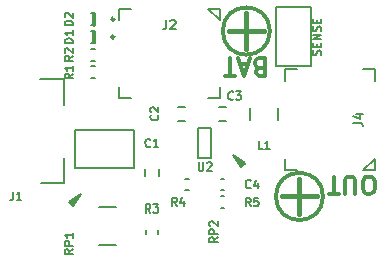
<source format=gto>
%TF.FileFunction,Legend,Top*%
%FSLAX46Y46*%
G04 Gerber Fmt 4.6, Leading zero omitted, Abs format (unit mm)*
G04 Created by KiCad (PCBNEW (after 2015-jan-16 BZR unknown)-product) date Mon 27 Apr 2015 12:49:16 PM CEST*
%MOMM*%
G01*
G04 APERTURE LIST*
%ADD10C,0.100000*%
%ADD11C,0.300000*%
%ADD12C,0.400000*%
%ADD13C,0.150000*%
%ADD14C,0.200000*%
%ADD15C,0.250000*%
%ADD16R,1.050000X0.600000*%
%ADD17R,0.600000X1.600000*%
%ADD18R,3.400000X2.700000*%
%ADD19R,2.400000X2.000000*%
%ADD20O,2.600000X2.000000*%
%ADD21R,2.000000X2.400000*%
%ADD22O,2.000000X2.600000*%
%ADD23C,1.100000*%
%ADD24R,1.300000X0.900000*%
%ADD25R,0.900000X1.300000*%
%ADD26R,0.800000X0.900000*%
%ADD27R,2.400000X1.100000*%
%ADD28R,0.900000X0.800000*%
%ADD29R,1.500000X1.600000*%
%ADD30R,1.200000X1.200000*%
%ADD31R,1.600000X2.100000*%
%ADD32R,1.900000X1.900000*%
%ADD33R,1.350000X0.400000*%
%ADD34R,1.900000X1.800000*%
%ADD35R,2.500000X1.800000*%
%ADD36O,2.500000X1.800000*%
%ADD37C,4.200000*%
G04 APERTURE END LIST*
D10*
D11*
X149000000Y-103321429D02*
X148714286Y-103321429D01*
X148571428Y-103250000D01*
X148428571Y-103107143D01*
X148357143Y-102821429D01*
X148357143Y-102321429D01*
X148428571Y-102035714D01*
X148571428Y-101892857D01*
X148714286Y-101821429D01*
X149000000Y-101821429D01*
X149142857Y-101892857D01*
X149285714Y-102035714D01*
X149357143Y-102321429D01*
X149357143Y-102821429D01*
X149285714Y-103107143D01*
X149142857Y-103250000D01*
X149000000Y-103321429D01*
X147714285Y-103321429D02*
X147714285Y-102107143D01*
X147642857Y-101964286D01*
X147571428Y-101892857D01*
X147428571Y-101821429D01*
X147142857Y-101821429D01*
X146999999Y-101892857D01*
X146928571Y-101964286D01*
X146857142Y-102107143D01*
X146857142Y-103321429D01*
X146357142Y-103321429D02*
X145499999Y-103321429D01*
X145928570Y-101821429D02*
X145928570Y-103321429D01*
X139607142Y-92607143D02*
X139392856Y-92535714D01*
X139321428Y-92464286D01*
X139249999Y-92321429D01*
X139249999Y-92107143D01*
X139321428Y-91964286D01*
X139392856Y-91892857D01*
X139535714Y-91821429D01*
X140107142Y-91821429D01*
X140107142Y-93321429D01*
X139607142Y-93321429D01*
X139464285Y-93250000D01*
X139392856Y-93178571D01*
X139321428Y-93035714D01*
X139321428Y-92892857D01*
X139392856Y-92750000D01*
X139464285Y-92678571D01*
X139607142Y-92607143D01*
X140107142Y-92607143D01*
X138678571Y-92250000D02*
X137964285Y-92250000D01*
X138821428Y-91821429D02*
X138321428Y-93321429D01*
X137821428Y-91821429D01*
X137535714Y-93321429D02*
X136678571Y-93321429D01*
X137107142Y-91821429D02*
X137107142Y-93321429D01*
X145000000Y-103500000D02*
G75*
G03X145000000Y-103500000I-2000000J0D01*
G01*
D12*
X143000000Y-102000000D02*
X143000000Y-105000000D01*
X141500000Y-103500000D02*
X144500000Y-103500000D01*
X137000000Y-89500000D02*
X140000000Y-89500000D01*
X138500000Y-88000000D02*
X138500000Y-91000000D01*
D11*
X140500000Y-89500000D02*
G75*
G03X140500000Y-89500000I-2000000J0D01*
G01*
D13*
X137400000Y-100000000D02*
X138350000Y-100750000D01*
X137400000Y-100000000D02*
X138150000Y-100950000D01*
X138075000Y-101025000D02*
X138425000Y-100675000D01*
X138425000Y-100675000D02*
X137400000Y-100000000D01*
X137400000Y-100000000D02*
X138075000Y-101025000D01*
X137400000Y-100000000D02*
X138250000Y-100850000D01*
X134450000Y-100250000D02*
X134450000Y-97750000D01*
X134450000Y-97750000D02*
X135550000Y-97750000D01*
X135550000Y-97750000D02*
X135550000Y-100250000D01*
X135550000Y-100250000D02*
X134450000Y-100250000D01*
X124000000Y-101100000D02*
X124000000Y-97900000D01*
X124000000Y-97900000D02*
X129000000Y-97900000D01*
X129000000Y-97900000D02*
X129000000Y-101100000D01*
X129000000Y-101100000D02*
X124000000Y-101100000D01*
X124500000Y-103300000D02*
X123750000Y-104250000D01*
X124500000Y-103300000D02*
X123550000Y-104050000D01*
X123475000Y-103975000D02*
X123825000Y-104325000D01*
X123825000Y-104325000D02*
X124500000Y-103300000D01*
X124500000Y-103300000D02*
X123475000Y-103975000D01*
X124500000Y-103300000D02*
X123650000Y-104150000D01*
X148400000Y-101300000D02*
X149400000Y-100300000D01*
X149400000Y-100300000D02*
X149400000Y-101300000D01*
X149400000Y-101300000D02*
X148400000Y-101300000D01*
X148400000Y-92700000D02*
X149400000Y-92700000D01*
X149400000Y-92700000D02*
X149400000Y-93700000D01*
X141800000Y-93700000D02*
X141800000Y-92700000D01*
X141800000Y-92700000D02*
X142800000Y-92700000D01*
X142800000Y-101300000D02*
X141800000Y-101300000D01*
X141800000Y-101300000D02*
X141800000Y-100300000D01*
X136300000Y-88600000D02*
X135300000Y-87600000D01*
X135300000Y-87600000D02*
X136300000Y-87600000D01*
X136300000Y-87600000D02*
X136300000Y-88600000D01*
X127700000Y-88600000D02*
X127700000Y-87600000D01*
X127700000Y-87600000D02*
X128700000Y-87600000D01*
X128700000Y-95200000D02*
X127700000Y-95200000D01*
X127700000Y-95200000D02*
X127700000Y-94200000D01*
X136300000Y-94200000D02*
X136300000Y-95200000D01*
X136300000Y-95200000D02*
X135300000Y-95200000D01*
D14*
X131100000Y-101200000D02*
X131100000Y-101800000D01*
X129900000Y-101800000D02*
X129900000Y-101200000D01*
X133300000Y-97100000D02*
X132700000Y-97100000D01*
X132700000Y-95900000D02*
X133300000Y-95900000D01*
X136200000Y-95900000D02*
X136800000Y-95900000D01*
X136800000Y-97100000D02*
X136200000Y-97100000D01*
D15*
X127325000Y-90000000D02*
G75*
G03X127325000Y-90000000I-125000J0D01*
G01*
D11*
X125600000Y-90450000D02*
X125600000Y-89550000D01*
D14*
X125350000Y-90500000D02*
X125650000Y-90500000D01*
X125350000Y-89500000D02*
X125650000Y-89500000D01*
D15*
X127325000Y-88500000D02*
G75*
G03X127325000Y-88500000I-125000J0D01*
G01*
D11*
X125600000Y-88950000D02*
X125600000Y-88050000D01*
D14*
X125350000Y-89000000D02*
X125650000Y-89000000D01*
X125350000Y-88000000D02*
X125650000Y-88000000D01*
X141200000Y-96000000D02*
X141200000Y-97000000D01*
X138800000Y-97000000D02*
X138800000Y-96000000D01*
X125650000Y-92500000D02*
X125350000Y-92500000D01*
X125650000Y-93500000D02*
X125350000Y-93500000D01*
X125650000Y-91000000D02*
X125350000Y-91000000D01*
X125650000Y-92000000D02*
X125350000Y-92000000D01*
X130000000Y-106350000D02*
X130000000Y-106650000D01*
X131000000Y-106350000D02*
X131000000Y-106650000D01*
X133650000Y-102000000D02*
X133350000Y-102000000D01*
X133650000Y-103000000D02*
X133350000Y-103000000D01*
X136650000Y-103500000D02*
X136350000Y-103500000D01*
X136650000Y-104500000D02*
X136350000Y-104500000D01*
D13*
X127450000Y-104400000D02*
X126050000Y-104400000D01*
X127450000Y-107600000D02*
X126050000Y-107600000D01*
D14*
X136350000Y-103000000D02*
X136650000Y-103000000D01*
X136350000Y-102000000D02*
X136650000Y-102000000D01*
D13*
X121050000Y-93600000D02*
X123050000Y-93600000D01*
X123050000Y-93600000D02*
X123050000Y-95750000D01*
X123050000Y-100250000D02*
X123050000Y-102400000D01*
X123050000Y-102400000D02*
X121100000Y-102400000D01*
X144000000Y-87500000D02*
X144000000Y-92500000D01*
X144000000Y-92500000D02*
X141000000Y-92500000D01*
X141000000Y-92500000D02*
X141000000Y-87500000D01*
X141000000Y-87500000D02*
X144000000Y-87500000D01*
X134466667Y-100616667D02*
X134466667Y-101183333D01*
X134500000Y-101250000D01*
X134533333Y-101283333D01*
X134600000Y-101316667D01*
X134733333Y-101316667D01*
X134800000Y-101283333D01*
X134833333Y-101250000D01*
X134866667Y-101183333D01*
X134866667Y-100616667D01*
X135166666Y-100683333D02*
X135200000Y-100650000D01*
X135266666Y-100616667D01*
X135433333Y-100616667D01*
X135500000Y-100650000D01*
X135533333Y-100683333D01*
X135566666Y-100750000D01*
X135566666Y-100816667D01*
X135533333Y-100916667D01*
X135133333Y-101316667D01*
X135566666Y-101316667D01*
X125882857Y-99056429D02*
X125882857Y-99712143D01*
X125921429Y-99789286D01*
X125960000Y-99827857D01*
X126037143Y-99866429D01*
X126191429Y-99866429D01*
X126268571Y-99827857D01*
X126307143Y-99789286D01*
X126345714Y-99712143D01*
X126345714Y-99056429D01*
X127155714Y-99866429D02*
X126692857Y-99866429D01*
X126924285Y-99866429D02*
X126924285Y-99056429D01*
X126847142Y-99172143D01*
X126770000Y-99249286D01*
X126692857Y-99287857D01*
X147556429Y-97270000D02*
X148135000Y-97270000D01*
X148250714Y-97308572D01*
X148327857Y-97385715D01*
X148366429Y-97501429D01*
X148366429Y-97578572D01*
X147826429Y-96537143D02*
X148366429Y-96537143D01*
X147517857Y-96730000D02*
X148096429Y-96922857D01*
X148096429Y-96421429D01*
X131730000Y-88556429D02*
X131730000Y-89135000D01*
X131691428Y-89250714D01*
X131614285Y-89327857D01*
X131498571Y-89366429D01*
X131421428Y-89366429D01*
X132077143Y-88633571D02*
X132115714Y-88595000D01*
X132192857Y-88556429D01*
X132385714Y-88556429D01*
X132462857Y-88595000D01*
X132501428Y-88633571D01*
X132540000Y-88710714D01*
X132540000Y-88787857D01*
X132501428Y-88903571D01*
X132038571Y-89366429D01*
X132540000Y-89366429D01*
X136066667Y-106966666D02*
X135733333Y-107200000D01*
X136066667Y-107366666D02*
X135366667Y-107366666D01*
X135366667Y-107100000D01*
X135400000Y-107033333D01*
X135433333Y-107000000D01*
X135500000Y-106966666D01*
X135600000Y-106966666D01*
X135666667Y-107000000D01*
X135700000Y-107033333D01*
X135733333Y-107100000D01*
X135733333Y-107366666D01*
X136066667Y-106666666D02*
X135366667Y-106666666D01*
X135366667Y-106400000D01*
X135400000Y-106333333D01*
X135433333Y-106300000D01*
X135500000Y-106266666D01*
X135600000Y-106266666D01*
X135666667Y-106300000D01*
X135700000Y-106333333D01*
X135733333Y-106400000D01*
X135733333Y-106666666D01*
X135433333Y-106000000D02*
X135400000Y-105966666D01*
X135366667Y-105900000D01*
X135366667Y-105733333D01*
X135400000Y-105666666D01*
X135433333Y-105633333D01*
X135500000Y-105600000D01*
X135566667Y-105600000D01*
X135666667Y-105633333D01*
X136066667Y-106033333D01*
X136066667Y-105600000D01*
X130383334Y-99250000D02*
X130350000Y-99283333D01*
X130250000Y-99316667D01*
X130183334Y-99316667D01*
X130083334Y-99283333D01*
X130016667Y-99216667D01*
X129983334Y-99150000D01*
X129950000Y-99016667D01*
X129950000Y-98916667D01*
X129983334Y-98783333D01*
X130016667Y-98716667D01*
X130083334Y-98650000D01*
X130183334Y-98616667D01*
X130250000Y-98616667D01*
X130350000Y-98650000D01*
X130383334Y-98683333D01*
X131050000Y-99316667D02*
X130650000Y-99316667D01*
X130850000Y-99316667D02*
X130850000Y-98616667D01*
X130783334Y-98716667D01*
X130716667Y-98783333D01*
X130650000Y-98816667D01*
X131000000Y-96616666D02*
X131033333Y-96650000D01*
X131066667Y-96750000D01*
X131066667Y-96816666D01*
X131033333Y-96916666D01*
X130966667Y-96983333D01*
X130900000Y-97016666D01*
X130766667Y-97050000D01*
X130666667Y-97050000D01*
X130533333Y-97016666D01*
X130466667Y-96983333D01*
X130400000Y-96916666D01*
X130366667Y-96816666D01*
X130366667Y-96750000D01*
X130400000Y-96650000D01*
X130433333Y-96616666D01*
X130433333Y-96350000D02*
X130400000Y-96316666D01*
X130366667Y-96250000D01*
X130366667Y-96083333D01*
X130400000Y-96016666D01*
X130433333Y-95983333D01*
X130500000Y-95950000D01*
X130566667Y-95950000D01*
X130666667Y-95983333D01*
X131066667Y-96383333D01*
X131066667Y-95950000D01*
X137383334Y-95250000D02*
X137350000Y-95283333D01*
X137250000Y-95316667D01*
X137183334Y-95316667D01*
X137083334Y-95283333D01*
X137016667Y-95216667D01*
X136983334Y-95150000D01*
X136950000Y-95016667D01*
X136950000Y-94916667D01*
X136983334Y-94783333D01*
X137016667Y-94716667D01*
X137083334Y-94650000D01*
X137183334Y-94616667D01*
X137250000Y-94616667D01*
X137350000Y-94650000D01*
X137383334Y-94683333D01*
X137616667Y-94616667D02*
X138050000Y-94616667D01*
X137816667Y-94883333D01*
X137916667Y-94883333D01*
X137983334Y-94916667D01*
X138016667Y-94950000D01*
X138050000Y-95016667D01*
X138050000Y-95183333D01*
X138016667Y-95250000D01*
X137983334Y-95283333D01*
X137916667Y-95316667D01*
X137716667Y-95316667D01*
X137650000Y-95283333D01*
X137616667Y-95250000D01*
X123816667Y-90516666D02*
X123116667Y-90516666D01*
X123116667Y-90350000D01*
X123150000Y-90250000D01*
X123216667Y-90183333D01*
X123283333Y-90150000D01*
X123416667Y-90116666D01*
X123516667Y-90116666D01*
X123650000Y-90150000D01*
X123716667Y-90183333D01*
X123783333Y-90250000D01*
X123816667Y-90350000D01*
X123816667Y-90516666D01*
X123816667Y-89450000D02*
X123816667Y-89850000D01*
X123816667Y-89650000D02*
X123116667Y-89650000D01*
X123216667Y-89716666D01*
X123283333Y-89783333D01*
X123316667Y-89850000D01*
X123816667Y-89016666D02*
X123116667Y-89016666D01*
X123116667Y-88850000D01*
X123150000Y-88750000D01*
X123216667Y-88683333D01*
X123283333Y-88650000D01*
X123416667Y-88616666D01*
X123516667Y-88616666D01*
X123650000Y-88650000D01*
X123716667Y-88683333D01*
X123783333Y-88750000D01*
X123816667Y-88850000D01*
X123816667Y-89016666D01*
X123183333Y-88350000D02*
X123150000Y-88316666D01*
X123116667Y-88250000D01*
X123116667Y-88083333D01*
X123150000Y-88016666D01*
X123183333Y-87983333D01*
X123250000Y-87950000D01*
X123316667Y-87950000D01*
X123416667Y-87983333D01*
X123816667Y-88383333D01*
X123816667Y-87950000D01*
X139883333Y-99516667D02*
X139550000Y-99516667D01*
X139550000Y-98816667D01*
X140483333Y-99516667D02*
X140083333Y-99516667D01*
X140283333Y-99516667D02*
X140283333Y-98816667D01*
X140216667Y-98916667D01*
X140150000Y-98983333D01*
X140083333Y-99016667D01*
X123816667Y-93116666D02*
X123483333Y-93350000D01*
X123816667Y-93516666D02*
X123116667Y-93516666D01*
X123116667Y-93250000D01*
X123150000Y-93183333D01*
X123183333Y-93150000D01*
X123250000Y-93116666D01*
X123350000Y-93116666D01*
X123416667Y-93150000D01*
X123450000Y-93183333D01*
X123483333Y-93250000D01*
X123483333Y-93516666D01*
X123816667Y-92450000D02*
X123816667Y-92850000D01*
X123816667Y-92650000D02*
X123116667Y-92650000D01*
X123216667Y-92716666D01*
X123283333Y-92783333D01*
X123316667Y-92850000D01*
X123816667Y-91616666D02*
X123483333Y-91850000D01*
X123816667Y-92016666D02*
X123116667Y-92016666D01*
X123116667Y-91750000D01*
X123150000Y-91683333D01*
X123183333Y-91650000D01*
X123250000Y-91616666D01*
X123350000Y-91616666D01*
X123416667Y-91650000D01*
X123450000Y-91683333D01*
X123483333Y-91750000D01*
X123483333Y-92016666D01*
X123183333Y-91350000D02*
X123150000Y-91316666D01*
X123116667Y-91250000D01*
X123116667Y-91083333D01*
X123150000Y-91016666D01*
X123183333Y-90983333D01*
X123250000Y-90950000D01*
X123316667Y-90950000D01*
X123416667Y-90983333D01*
X123816667Y-91383333D01*
X123816667Y-90950000D01*
X130383334Y-104866667D02*
X130150000Y-104533333D01*
X129983334Y-104866667D02*
X129983334Y-104166667D01*
X130250000Y-104166667D01*
X130316667Y-104200000D01*
X130350000Y-104233333D01*
X130383334Y-104300000D01*
X130383334Y-104400000D01*
X130350000Y-104466667D01*
X130316667Y-104500000D01*
X130250000Y-104533333D01*
X129983334Y-104533333D01*
X130616667Y-104166667D02*
X131050000Y-104166667D01*
X130816667Y-104433333D01*
X130916667Y-104433333D01*
X130983334Y-104466667D01*
X131016667Y-104500000D01*
X131050000Y-104566667D01*
X131050000Y-104733333D01*
X131016667Y-104800000D01*
X130983334Y-104833333D01*
X130916667Y-104866667D01*
X130716667Y-104866667D01*
X130650000Y-104833333D01*
X130616667Y-104800000D01*
X132633334Y-104316667D02*
X132400000Y-103983333D01*
X132233334Y-104316667D02*
X132233334Y-103616667D01*
X132500000Y-103616667D01*
X132566667Y-103650000D01*
X132600000Y-103683333D01*
X132633334Y-103750000D01*
X132633334Y-103850000D01*
X132600000Y-103916667D01*
X132566667Y-103950000D01*
X132500000Y-103983333D01*
X132233334Y-103983333D01*
X133233334Y-103850000D02*
X133233334Y-104316667D01*
X133066667Y-103583333D02*
X132900000Y-104083333D01*
X133333334Y-104083333D01*
X138883334Y-104316667D02*
X138650000Y-103983333D01*
X138483334Y-104316667D02*
X138483334Y-103616667D01*
X138750000Y-103616667D01*
X138816667Y-103650000D01*
X138850000Y-103683333D01*
X138883334Y-103750000D01*
X138883334Y-103850000D01*
X138850000Y-103916667D01*
X138816667Y-103950000D01*
X138750000Y-103983333D01*
X138483334Y-103983333D01*
X139516667Y-103616667D02*
X139183334Y-103616667D01*
X139150000Y-103950000D01*
X139183334Y-103916667D01*
X139250000Y-103883333D01*
X139416667Y-103883333D01*
X139483334Y-103916667D01*
X139516667Y-103950000D01*
X139550000Y-104016667D01*
X139550000Y-104183333D01*
X139516667Y-104250000D01*
X139483334Y-104283333D01*
X139416667Y-104316667D01*
X139250000Y-104316667D01*
X139183334Y-104283333D01*
X139150000Y-104250000D01*
X123816667Y-107966666D02*
X123483333Y-108200000D01*
X123816667Y-108366666D02*
X123116667Y-108366666D01*
X123116667Y-108100000D01*
X123150000Y-108033333D01*
X123183333Y-108000000D01*
X123250000Y-107966666D01*
X123350000Y-107966666D01*
X123416667Y-108000000D01*
X123450000Y-108033333D01*
X123483333Y-108100000D01*
X123483333Y-108366666D01*
X123816667Y-107666666D02*
X123116667Y-107666666D01*
X123116667Y-107400000D01*
X123150000Y-107333333D01*
X123183333Y-107300000D01*
X123250000Y-107266666D01*
X123350000Y-107266666D01*
X123416667Y-107300000D01*
X123450000Y-107333333D01*
X123483333Y-107400000D01*
X123483333Y-107666666D01*
X123816667Y-106600000D02*
X123816667Y-107000000D01*
X123816667Y-106800000D02*
X123116667Y-106800000D01*
X123216667Y-106866666D01*
X123283333Y-106933333D01*
X123316667Y-107000000D01*
X138883334Y-102750000D02*
X138850000Y-102783333D01*
X138750000Y-102816667D01*
X138683334Y-102816667D01*
X138583334Y-102783333D01*
X138516667Y-102716667D01*
X138483334Y-102650000D01*
X138450000Y-102516667D01*
X138450000Y-102416667D01*
X138483334Y-102283333D01*
X138516667Y-102216667D01*
X138583334Y-102150000D01*
X138683334Y-102116667D01*
X138750000Y-102116667D01*
X138850000Y-102150000D01*
X138883334Y-102183333D01*
X139483334Y-102350000D02*
X139483334Y-102816667D01*
X139316667Y-102083333D02*
X139150000Y-102583333D01*
X139583334Y-102583333D01*
X118766667Y-103116667D02*
X118766667Y-103616667D01*
X118733333Y-103716667D01*
X118666667Y-103783333D01*
X118566667Y-103816667D01*
X118500000Y-103816667D01*
X119466666Y-103816667D02*
X119066666Y-103816667D01*
X119266666Y-103816667D02*
X119266666Y-103116667D01*
X119200000Y-103216667D01*
X119133333Y-103283333D01*
X119066666Y-103316667D01*
X144783333Y-91533333D02*
X144816667Y-91433333D01*
X144816667Y-91266666D01*
X144783333Y-91199999D01*
X144750000Y-91166666D01*
X144683333Y-91133333D01*
X144616667Y-91133333D01*
X144550000Y-91166666D01*
X144516667Y-91199999D01*
X144483333Y-91266666D01*
X144450000Y-91399999D01*
X144416667Y-91466666D01*
X144383333Y-91499999D01*
X144316667Y-91533333D01*
X144250000Y-91533333D01*
X144183333Y-91499999D01*
X144150000Y-91466666D01*
X144116667Y-91399999D01*
X144116667Y-91233333D01*
X144150000Y-91133333D01*
X144450000Y-90833332D02*
X144450000Y-90599999D01*
X144816667Y-90499999D02*
X144816667Y-90833332D01*
X144116667Y-90833332D01*
X144116667Y-90499999D01*
X144816667Y-90199999D02*
X144116667Y-90199999D01*
X144816667Y-89799999D01*
X144116667Y-89799999D01*
X144783333Y-89500000D02*
X144816667Y-89400000D01*
X144816667Y-89233333D01*
X144783333Y-89166666D01*
X144750000Y-89133333D01*
X144683333Y-89100000D01*
X144616667Y-89100000D01*
X144550000Y-89133333D01*
X144516667Y-89166666D01*
X144483333Y-89233333D01*
X144450000Y-89366666D01*
X144416667Y-89433333D01*
X144383333Y-89466666D01*
X144316667Y-89500000D01*
X144250000Y-89500000D01*
X144183333Y-89466666D01*
X144150000Y-89433333D01*
X144116667Y-89366666D01*
X144116667Y-89200000D01*
X144150000Y-89100000D01*
X144450000Y-88799999D02*
X144450000Y-88566666D01*
X144816667Y-88466666D02*
X144816667Y-88799999D01*
X144116667Y-88799999D01*
X144116667Y-88466666D01*
%LPC*%
D16*
X136350000Y-99950000D03*
X136350000Y-99000000D03*
X136350000Y-98050000D03*
X133650000Y-98050000D03*
X133650000Y-99950000D03*
D17*
X124595000Y-102200000D03*
X125865000Y-102200000D03*
X127135000Y-102200000D03*
X128405000Y-102200000D03*
X128405000Y-96800000D03*
X127135000Y-96800000D03*
X125865000Y-96800000D03*
X124595000Y-96800000D03*
D18*
X126500000Y-99500000D03*
D19*
X145500000Y-98750000D03*
D20*
X145500000Y-95250000D03*
D21*
X133750000Y-91500000D03*
D22*
X130250000Y-91500000D03*
D23*
X134500000Y-106500000D03*
X137000000Y-106500000D03*
X139500000Y-106500000D03*
D24*
X130500000Y-102500000D03*
X130500000Y-100500000D03*
D25*
X132000000Y-96500000D03*
X134000000Y-96500000D03*
X137500000Y-96500000D03*
X135500000Y-96500000D03*
D26*
X124700000Y-90000000D03*
X126300000Y-90000000D03*
X124700000Y-88500000D03*
X126300000Y-88500000D03*
D27*
X140000000Y-97800000D03*
X140000000Y-95200000D03*
D26*
X126300000Y-93000000D03*
X124700000Y-93000000D03*
X126300000Y-91500000D03*
X124700000Y-91500000D03*
D28*
X130500000Y-105700000D03*
X130500000Y-107300000D03*
D26*
X134300000Y-102500000D03*
X132700000Y-102500000D03*
X137300000Y-104000000D03*
X135700000Y-104000000D03*
D29*
X125050000Y-106000000D03*
D30*
X128300000Y-107000000D03*
X128300000Y-105000000D03*
D26*
X135700000Y-102500000D03*
X137300000Y-102500000D03*
D31*
X122000000Y-94900000D03*
X122000000Y-101100000D03*
D32*
X119450000Y-96800000D03*
X119450000Y-99200000D03*
D33*
X122125000Y-96700000D03*
X122125000Y-97350000D03*
X122125000Y-98000000D03*
X122125000Y-98650000D03*
X122125000Y-99300000D03*
D34*
X119450000Y-94200000D03*
X119450000Y-101800000D03*
D35*
X142500000Y-88730000D03*
D36*
X142500000Y-91270000D03*
D37*
X121000000Y-90000000D03*
X147000000Y-106000000D03*
X147000000Y-90000000D03*
X121000000Y-106000000D03*
D13*
G36*
X143575000Y-91325000D02*
X141425000Y-91325000D01*
X141425000Y-89425000D01*
X143575000Y-89425000D01*
X143575000Y-91325000D01*
X143575000Y-91325000D01*
G37*
X143575000Y-91325000D02*
X141425000Y-91325000D01*
X141425000Y-89425000D01*
X143575000Y-89425000D01*
X143575000Y-91325000D01*
M02*

</source>
